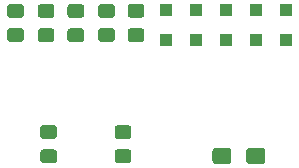
<source format=gbr>
G04 #@! TF.GenerationSoftware,KiCad,Pcbnew,5.1.2-f72e74a~84~ubuntu18.04.1*
G04 #@! TF.CreationDate,2019-06-19T19:18:17+07:00*
G04 #@! TF.ProjectId,serial_matrix_keyboard_shild,73657269-616c-45f6-9d61-747269785f6b,rev?*
G04 #@! TF.SameCoordinates,Original*
G04 #@! TF.FileFunction,Paste,Bot*
G04 #@! TF.FilePolarity,Positive*
%FSLAX46Y46*%
G04 Gerber Fmt 4.6, Leading zero omitted, Abs format (unit mm)*
G04 Created by KiCad (PCBNEW 5.1.2-f72e74a~84~ubuntu18.04.1) date 2019-06-19 19:18:17*
%MOMM*%
%LPD*%
G04 APERTURE LIST*
%ADD10C,0.020000*%
%ADD11C,1.150000*%
%ADD12C,1.350000*%
%ADD13R,1.000000X1.000000*%
G04 APERTURE END LIST*
D10*
G36*
X202274505Y-99201204D02*
G01*
X202298773Y-99204804D01*
X202322572Y-99210765D01*
X202345671Y-99219030D01*
X202367850Y-99229520D01*
X202388893Y-99242132D01*
X202408599Y-99256747D01*
X202426777Y-99273223D01*
X202443253Y-99291401D01*
X202457868Y-99311107D01*
X202470480Y-99332150D01*
X202480970Y-99354329D01*
X202489235Y-99377428D01*
X202495196Y-99401227D01*
X202498796Y-99425495D01*
X202500000Y-99449999D01*
X202500000Y-100100001D01*
X202498796Y-100124505D01*
X202495196Y-100148773D01*
X202489235Y-100172572D01*
X202480970Y-100195671D01*
X202470480Y-100217850D01*
X202457868Y-100238893D01*
X202443253Y-100258599D01*
X202426777Y-100276777D01*
X202408599Y-100293253D01*
X202388893Y-100307868D01*
X202367850Y-100320480D01*
X202345671Y-100330970D01*
X202322572Y-100339235D01*
X202298773Y-100345196D01*
X202274505Y-100348796D01*
X202250001Y-100350000D01*
X201349999Y-100350000D01*
X201325495Y-100348796D01*
X201301227Y-100345196D01*
X201277428Y-100339235D01*
X201254329Y-100330970D01*
X201232150Y-100320480D01*
X201211107Y-100307868D01*
X201191401Y-100293253D01*
X201173223Y-100276777D01*
X201156747Y-100258599D01*
X201142132Y-100238893D01*
X201129520Y-100217850D01*
X201119030Y-100195671D01*
X201110765Y-100172572D01*
X201104804Y-100148773D01*
X201101204Y-100124505D01*
X201100000Y-100100001D01*
X201100000Y-99449999D01*
X201101204Y-99425495D01*
X201104804Y-99401227D01*
X201110765Y-99377428D01*
X201119030Y-99354329D01*
X201129520Y-99332150D01*
X201142132Y-99311107D01*
X201156747Y-99291401D01*
X201173223Y-99273223D01*
X201191401Y-99256747D01*
X201211107Y-99242132D01*
X201232150Y-99229520D01*
X201254329Y-99219030D01*
X201277428Y-99210765D01*
X201301227Y-99204804D01*
X201325495Y-99201204D01*
X201349999Y-99200000D01*
X202250001Y-99200000D01*
X202274505Y-99201204D01*
X202274505Y-99201204D01*
G37*
D11*
X201800000Y-99775000D03*
D10*
G36*
X202274505Y-101251204D02*
G01*
X202298773Y-101254804D01*
X202322572Y-101260765D01*
X202345671Y-101269030D01*
X202367850Y-101279520D01*
X202388893Y-101292132D01*
X202408599Y-101306747D01*
X202426777Y-101323223D01*
X202443253Y-101341401D01*
X202457868Y-101361107D01*
X202470480Y-101382150D01*
X202480970Y-101404329D01*
X202489235Y-101427428D01*
X202495196Y-101451227D01*
X202498796Y-101475495D01*
X202500000Y-101499999D01*
X202500000Y-102150001D01*
X202498796Y-102174505D01*
X202495196Y-102198773D01*
X202489235Y-102222572D01*
X202480970Y-102245671D01*
X202470480Y-102267850D01*
X202457868Y-102288893D01*
X202443253Y-102308599D01*
X202426777Y-102326777D01*
X202408599Y-102343253D01*
X202388893Y-102357868D01*
X202367850Y-102370480D01*
X202345671Y-102380970D01*
X202322572Y-102389235D01*
X202298773Y-102395196D01*
X202274505Y-102398796D01*
X202250001Y-102400000D01*
X201349999Y-102400000D01*
X201325495Y-102398796D01*
X201301227Y-102395196D01*
X201277428Y-102389235D01*
X201254329Y-102380970D01*
X201232150Y-102370480D01*
X201211107Y-102357868D01*
X201191401Y-102343253D01*
X201173223Y-102326777D01*
X201156747Y-102308599D01*
X201142132Y-102288893D01*
X201129520Y-102267850D01*
X201119030Y-102245671D01*
X201110765Y-102222572D01*
X201104804Y-102198773D01*
X201101204Y-102174505D01*
X201100000Y-102150001D01*
X201100000Y-101499999D01*
X201101204Y-101475495D01*
X201104804Y-101451227D01*
X201110765Y-101427428D01*
X201119030Y-101404329D01*
X201129520Y-101382150D01*
X201142132Y-101361107D01*
X201156747Y-101341401D01*
X201173223Y-101323223D01*
X201191401Y-101306747D01*
X201211107Y-101292132D01*
X201232150Y-101279520D01*
X201254329Y-101269030D01*
X201277428Y-101260765D01*
X201301227Y-101254804D01*
X201325495Y-101251204D01*
X201349999Y-101250000D01*
X202250001Y-101250000D01*
X202274505Y-101251204D01*
X202274505Y-101251204D01*
G37*
D11*
X201800000Y-101825000D03*
D10*
G36*
X217024505Y-101126204D02*
G01*
X217048773Y-101129804D01*
X217072572Y-101135765D01*
X217095671Y-101144030D01*
X217117850Y-101154520D01*
X217138893Y-101167132D01*
X217158599Y-101181747D01*
X217176777Y-101198223D01*
X217193253Y-101216401D01*
X217207868Y-101236107D01*
X217220480Y-101257150D01*
X217230970Y-101279329D01*
X217239235Y-101302428D01*
X217245196Y-101326227D01*
X217248796Y-101350495D01*
X217250000Y-101374999D01*
X217250000Y-102225001D01*
X217248796Y-102249505D01*
X217245196Y-102273773D01*
X217239235Y-102297572D01*
X217230970Y-102320671D01*
X217220480Y-102342850D01*
X217207868Y-102363893D01*
X217193253Y-102383599D01*
X217176777Y-102401777D01*
X217158599Y-102418253D01*
X217138893Y-102432868D01*
X217117850Y-102445480D01*
X217095671Y-102455970D01*
X217072572Y-102464235D01*
X217048773Y-102470196D01*
X217024505Y-102473796D01*
X217000001Y-102475000D01*
X215924999Y-102475000D01*
X215900495Y-102473796D01*
X215876227Y-102470196D01*
X215852428Y-102464235D01*
X215829329Y-102455970D01*
X215807150Y-102445480D01*
X215786107Y-102432868D01*
X215766401Y-102418253D01*
X215748223Y-102401777D01*
X215731747Y-102383599D01*
X215717132Y-102363893D01*
X215704520Y-102342850D01*
X215694030Y-102320671D01*
X215685765Y-102297572D01*
X215679804Y-102273773D01*
X215676204Y-102249505D01*
X215675000Y-102225001D01*
X215675000Y-101374999D01*
X215676204Y-101350495D01*
X215679804Y-101326227D01*
X215685765Y-101302428D01*
X215694030Y-101279329D01*
X215704520Y-101257150D01*
X215717132Y-101236107D01*
X215731747Y-101216401D01*
X215748223Y-101198223D01*
X215766401Y-101181747D01*
X215786107Y-101167132D01*
X215807150Y-101154520D01*
X215829329Y-101144030D01*
X215852428Y-101135765D01*
X215876227Y-101129804D01*
X215900495Y-101126204D01*
X215924999Y-101125000D01*
X217000001Y-101125000D01*
X217024505Y-101126204D01*
X217024505Y-101126204D01*
G37*
D12*
X216462500Y-101800000D03*
D10*
G36*
X219899505Y-101126204D02*
G01*
X219923773Y-101129804D01*
X219947572Y-101135765D01*
X219970671Y-101144030D01*
X219992850Y-101154520D01*
X220013893Y-101167132D01*
X220033599Y-101181747D01*
X220051777Y-101198223D01*
X220068253Y-101216401D01*
X220082868Y-101236107D01*
X220095480Y-101257150D01*
X220105970Y-101279329D01*
X220114235Y-101302428D01*
X220120196Y-101326227D01*
X220123796Y-101350495D01*
X220125000Y-101374999D01*
X220125000Y-102225001D01*
X220123796Y-102249505D01*
X220120196Y-102273773D01*
X220114235Y-102297572D01*
X220105970Y-102320671D01*
X220095480Y-102342850D01*
X220082868Y-102363893D01*
X220068253Y-102383599D01*
X220051777Y-102401777D01*
X220033599Y-102418253D01*
X220013893Y-102432868D01*
X219992850Y-102445480D01*
X219970671Y-102455970D01*
X219947572Y-102464235D01*
X219923773Y-102470196D01*
X219899505Y-102473796D01*
X219875001Y-102475000D01*
X218799999Y-102475000D01*
X218775495Y-102473796D01*
X218751227Y-102470196D01*
X218727428Y-102464235D01*
X218704329Y-102455970D01*
X218682150Y-102445480D01*
X218661107Y-102432868D01*
X218641401Y-102418253D01*
X218623223Y-102401777D01*
X218606747Y-102383599D01*
X218592132Y-102363893D01*
X218579520Y-102342850D01*
X218569030Y-102320671D01*
X218560765Y-102297572D01*
X218554804Y-102273773D01*
X218551204Y-102249505D01*
X218550000Y-102225001D01*
X218550000Y-101374999D01*
X218551204Y-101350495D01*
X218554804Y-101326227D01*
X218560765Y-101302428D01*
X218569030Y-101279329D01*
X218579520Y-101257150D01*
X218592132Y-101236107D01*
X218606747Y-101216401D01*
X218623223Y-101198223D01*
X218641401Y-101181747D01*
X218661107Y-101167132D01*
X218682150Y-101154520D01*
X218704329Y-101144030D01*
X218727428Y-101135765D01*
X218751227Y-101129804D01*
X218775495Y-101126204D01*
X218799999Y-101125000D01*
X219875001Y-101125000D01*
X219899505Y-101126204D01*
X219899505Y-101126204D01*
G37*
D12*
X219337500Y-101800000D03*
D13*
X211700000Y-91950000D03*
X211700000Y-89450000D03*
X214300000Y-89450000D03*
X214300000Y-91950000D03*
X216800000Y-91950000D03*
X216800000Y-89450000D03*
X219400000Y-89450000D03*
X219400000Y-91950000D03*
X221900000Y-91950000D03*
X221900000Y-89450000D03*
D10*
G36*
X208574505Y-101251204D02*
G01*
X208598773Y-101254804D01*
X208622572Y-101260765D01*
X208645671Y-101269030D01*
X208667850Y-101279520D01*
X208688893Y-101292132D01*
X208708599Y-101306747D01*
X208726777Y-101323223D01*
X208743253Y-101341401D01*
X208757868Y-101361107D01*
X208770480Y-101382150D01*
X208780970Y-101404329D01*
X208789235Y-101427428D01*
X208795196Y-101451227D01*
X208798796Y-101475495D01*
X208800000Y-101499999D01*
X208800000Y-102150001D01*
X208798796Y-102174505D01*
X208795196Y-102198773D01*
X208789235Y-102222572D01*
X208780970Y-102245671D01*
X208770480Y-102267850D01*
X208757868Y-102288893D01*
X208743253Y-102308599D01*
X208726777Y-102326777D01*
X208708599Y-102343253D01*
X208688893Y-102357868D01*
X208667850Y-102370480D01*
X208645671Y-102380970D01*
X208622572Y-102389235D01*
X208598773Y-102395196D01*
X208574505Y-102398796D01*
X208550001Y-102400000D01*
X207649999Y-102400000D01*
X207625495Y-102398796D01*
X207601227Y-102395196D01*
X207577428Y-102389235D01*
X207554329Y-102380970D01*
X207532150Y-102370480D01*
X207511107Y-102357868D01*
X207491401Y-102343253D01*
X207473223Y-102326777D01*
X207456747Y-102308599D01*
X207442132Y-102288893D01*
X207429520Y-102267850D01*
X207419030Y-102245671D01*
X207410765Y-102222572D01*
X207404804Y-102198773D01*
X207401204Y-102174505D01*
X207400000Y-102150001D01*
X207400000Y-101499999D01*
X207401204Y-101475495D01*
X207404804Y-101451227D01*
X207410765Y-101427428D01*
X207419030Y-101404329D01*
X207429520Y-101382150D01*
X207442132Y-101361107D01*
X207456747Y-101341401D01*
X207473223Y-101323223D01*
X207491401Y-101306747D01*
X207511107Y-101292132D01*
X207532150Y-101279520D01*
X207554329Y-101269030D01*
X207577428Y-101260765D01*
X207601227Y-101254804D01*
X207625495Y-101251204D01*
X207649999Y-101250000D01*
X208550001Y-101250000D01*
X208574505Y-101251204D01*
X208574505Y-101251204D01*
G37*
D11*
X208100000Y-101825000D03*
D10*
G36*
X208574505Y-99201204D02*
G01*
X208598773Y-99204804D01*
X208622572Y-99210765D01*
X208645671Y-99219030D01*
X208667850Y-99229520D01*
X208688893Y-99242132D01*
X208708599Y-99256747D01*
X208726777Y-99273223D01*
X208743253Y-99291401D01*
X208757868Y-99311107D01*
X208770480Y-99332150D01*
X208780970Y-99354329D01*
X208789235Y-99377428D01*
X208795196Y-99401227D01*
X208798796Y-99425495D01*
X208800000Y-99449999D01*
X208800000Y-100100001D01*
X208798796Y-100124505D01*
X208795196Y-100148773D01*
X208789235Y-100172572D01*
X208780970Y-100195671D01*
X208770480Y-100217850D01*
X208757868Y-100238893D01*
X208743253Y-100258599D01*
X208726777Y-100276777D01*
X208708599Y-100293253D01*
X208688893Y-100307868D01*
X208667850Y-100320480D01*
X208645671Y-100330970D01*
X208622572Y-100339235D01*
X208598773Y-100345196D01*
X208574505Y-100348796D01*
X208550001Y-100350000D01*
X207649999Y-100350000D01*
X207625495Y-100348796D01*
X207601227Y-100345196D01*
X207577428Y-100339235D01*
X207554329Y-100330970D01*
X207532150Y-100320480D01*
X207511107Y-100307868D01*
X207491401Y-100293253D01*
X207473223Y-100276777D01*
X207456747Y-100258599D01*
X207442132Y-100238893D01*
X207429520Y-100217850D01*
X207419030Y-100195671D01*
X207410765Y-100172572D01*
X207404804Y-100148773D01*
X207401204Y-100124505D01*
X207400000Y-100100001D01*
X207400000Y-99449999D01*
X207401204Y-99425495D01*
X207404804Y-99401227D01*
X207410765Y-99377428D01*
X207419030Y-99354329D01*
X207429520Y-99332150D01*
X207442132Y-99311107D01*
X207456747Y-99291401D01*
X207473223Y-99273223D01*
X207491401Y-99256747D01*
X207511107Y-99242132D01*
X207532150Y-99229520D01*
X207554329Y-99219030D01*
X207577428Y-99210765D01*
X207601227Y-99204804D01*
X207625495Y-99201204D01*
X207649999Y-99200000D01*
X208550001Y-99200000D01*
X208574505Y-99201204D01*
X208574505Y-99201204D01*
G37*
D11*
X208100000Y-99775000D03*
D10*
G36*
X199474505Y-91001204D02*
G01*
X199498773Y-91004804D01*
X199522572Y-91010765D01*
X199545671Y-91019030D01*
X199567850Y-91029520D01*
X199588893Y-91042132D01*
X199608599Y-91056747D01*
X199626777Y-91073223D01*
X199643253Y-91091401D01*
X199657868Y-91111107D01*
X199670480Y-91132150D01*
X199680970Y-91154329D01*
X199689235Y-91177428D01*
X199695196Y-91201227D01*
X199698796Y-91225495D01*
X199700000Y-91249999D01*
X199700000Y-91900001D01*
X199698796Y-91924505D01*
X199695196Y-91948773D01*
X199689235Y-91972572D01*
X199680970Y-91995671D01*
X199670480Y-92017850D01*
X199657868Y-92038893D01*
X199643253Y-92058599D01*
X199626777Y-92076777D01*
X199608599Y-92093253D01*
X199588893Y-92107868D01*
X199567850Y-92120480D01*
X199545671Y-92130970D01*
X199522572Y-92139235D01*
X199498773Y-92145196D01*
X199474505Y-92148796D01*
X199450001Y-92150000D01*
X198549999Y-92150000D01*
X198525495Y-92148796D01*
X198501227Y-92145196D01*
X198477428Y-92139235D01*
X198454329Y-92130970D01*
X198432150Y-92120480D01*
X198411107Y-92107868D01*
X198391401Y-92093253D01*
X198373223Y-92076777D01*
X198356747Y-92058599D01*
X198342132Y-92038893D01*
X198329520Y-92017850D01*
X198319030Y-91995671D01*
X198310765Y-91972572D01*
X198304804Y-91948773D01*
X198301204Y-91924505D01*
X198300000Y-91900001D01*
X198300000Y-91249999D01*
X198301204Y-91225495D01*
X198304804Y-91201227D01*
X198310765Y-91177428D01*
X198319030Y-91154329D01*
X198329520Y-91132150D01*
X198342132Y-91111107D01*
X198356747Y-91091401D01*
X198373223Y-91073223D01*
X198391401Y-91056747D01*
X198411107Y-91042132D01*
X198432150Y-91029520D01*
X198454329Y-91019030D01*
X198477428Y-91010765D01*
X198501227Y-91004804D01*
X198525495Y-91001204D01*
X198549999Y-91000000D01*
X199450001Y-91000000D01*
X199474505Y-91001204D01*
X199474505Y-91001204D01*
G37*
D11*
X199000000Y-91575000D03*
D10*
G36*
X199474505Y-88951204D02*
G01*
X199498773Y-88954804D01*
X199522572Y-88960765D01*
X199545671Y-88969030D01*
X199567850Y-88979520D01*
X199588893Y-88992132D01*
X199608599Y-89006747D01*
X199626777Y-89023223D01*
X199643253Y-89041401D01*
X199657868Y-89061107D01*
X199670480Y-89082150D01*
X199680970Y-89104329D01*
X199689235Y-89127428D01*
X199695196Y-89151227D01*
X199698796Y-89175495D01*
X199700000Y-89199999D01*
X199700000Y-89850001D01*
X199698796Y-89874505D01*
X199695196Y-89898773D01*
X199689235Y-89922572D01*
X199680970Y-89945671D01*
X199670480Y-89967850D01*
X199657868Y-89988893D01*
X199643253Y-90008599D01*
X199626777Y-90026777D01*
X199608599Y-90043253D01*
X199588893Y-90057868D01*
X199567850Y-90070480D01*
X199545671Y-90080970D01*
X199522572Y-90089235D01*
X199498773Y-90095196D01*
X199474505Y-90098796D01*
X199450001Y-90100000D01*
X198549999Y-90100000D01*
X198525495Y-90098796D01*
X198501227Y-90095196D01*
X198477428Y-90089235D01*
X198454329Y-90080970D01*
X198432150Y-90070480D01*
X198411107Y-90057868D01*
X198391401Y-90043253D01*
X198373223Y-90026777D01*
X198356747Y-90008599D01*
X198342132Y-89988893D01*
X198329520Y-89967850D01*
X198319030Y-89945671D01*
X198310765Y-89922572D01*
X198304804Y-89898773D01*
X198301204Y-89874505D01*
X198300000Y-89850001D01*
X198300000Y-89199999D01*
X198301204Y-89175495D01*
X198304804Y-89151227D01*
X198310765Y-89127428D01*
X198319030Y-89104329D01*
X198329520Y-89082150D01*
X198342132Y-89061107D01*
X198356747Y-89041401D01*
X198373223Y-89023223D01*
X198391401Y-89006747D01*
X198411107Y-88992132D01*
X198432150Y-88979520D01*
X198454329Y-88969030D01*
X198477428Y-88960765D01*
X198501227Y-88954804D01*
X198525495Y-88951204D01*
X198549999Y-88950000D01*
X199450001Y-88950000D01*
X199474505Y-88951204D01*
X199474505Y-88951204D01*
G37*
D11*
X199000000Y-89525000D03*
D10*
G36*
X202074505Y-88951204D02*
G01*
X202098773Y-88954804D01*
X202122572Y-88960765D01*
X202145671Y-88969030D01*
X202167850Y-88979520D01*
X202188893Y-88992132D01*
X202208599Y-89006747D01*
X202226777Y-89023223D01*
X202243253Y-89041401D01*
X202257868Y-89061107D01*
X202270480Y-89082150D01*
X202280970Y-89104329D01*
X202289235Y-89127428D01*
X202295196Y-89151227D01*
X202298796Y-89175495D01*
X202300000Y-89199999D01*
X202300000Y-89850001D01*
X202298796Y-89874505D01*
X202295196Y-89898773D01*
X202289235Y-89922572D01*
X202280970Y-89945671D01*
X202270480Y-89967850D01*
X202257868Y-89988893D01*
X202243253Y-90008599D01*
X202226777Y-90026777D01*
X202208599Y-90043253D01*
X202188893Y-90057868D01*
X202167850Y-90070480D01*
X202145671Y-90080970D01*
X202122572Y-90089235D01*
X202098773Y-90095196D01*
X202074505Y-90098796D01*
X202050001Y-90100000D01*
X201149999Y-90100000D01*
X201125495Y-90098796D01*
X201101227Y-90095196D01*
X201077428Y-90089235D01*
X201054329Y-90080970D01*
X201032150Y-90070480D01*
X201011107Y-90057868D01*
X200991401Y-90043253D01*
X200973223Y-90026777D01*
X200956747Y-90008599D01*
X200942132Y-89988893D01*
X200929520Y-89967850D01*
X200919030Y-89945671D01*
X200910765Y-89922572D01*
X200904804Y-89898773D01*
X200901204Y-89874505D01*
X200900000Y-89850001D01*
X200900000Y-89199999D01*
X200901204Y-89175495D01*
X200904804Y-89151227D01*
X200910765Y-89127428D01*
X200919030Y-89104329D01*
X200929520Y-89082150D01*
X200942132Y-89061107D01*
X200956747Y-89041401D01*
X200973223Y-89023223D01*
X200991401Y-89006747D01*
X201011107Y-88992132D01*
X201032150Y-88979520D01*
X201054329Y-88969030D01*
X201077428Y-88960765D01*
X201101227Y-88954804D01*
X201125495Y-88951204D01*
X201149999Y-88950000D01*
X202050001Y-88950000D01*
X202074505Y-88951204D01*
X202074505Y-88951204D01*
G37*
D11*
X201600000Y-89525000D03*
D10*
G36*
X202074505Y-91001204D02*
G01*
X202098773Y-91004804D01*
X202122572Y-91010765D01*
X202145671Y-91019030D01*
X202167850Y-91029520D01*
X202188893Y-91042132D01*
X202208599Y-91056747D01*
X202226777Y-91073223D01*
X202243253Y-91091401D01*
X202257868Y-91111107D01*
X202270480Y-91132150D01*
X202280970Y-91154329D01*
X202289235Y-91177428D01*
X202295196Y-91201227D01*
X202298796Y-91225495D01*
X202300000Y-91249999D01*
X202300000Y-91900001D01*
X202298796Y-91924505D01*
X202295196Y-91948773D01*
X202289235Y-91972572D01*
X202280970Y-91995671D01*
X202270480Y-92017850D01*
X202257868Y-92038893D01*
X202243253Y-92058599D01*
X202226777Y-92076777D01*
X202208599Y-92093253D01*
X202188893Y-92107868D01*
X202167850Y-92120480D01*
X202145671Y-92130970D01*
X202122572Y-92139235D01*
X202098773Y-92145196D01*
X202074505Y-92148796D01*
X202050001Y-92150000D01*
X201149999Y-92150000D01*
X201125495Y-92148796D01*
X201101227Y-92145196D01*
X201077428Y-92139235D01*
X201054329Y-92130970D01*
X201032150Y-92120480D01*
X201011107Y-92107868D01*
X200991401Y-92093253D01*
X200973223Y-92076777D01*
X200956747Y-92058599D01*
X200942132Y-92038893D01*
X200929520Y-92017850D01*
X200919030Y-91995671D01*
X200910765Y-91972572D01*
X200904804Y-91948773D01*
X200901204Y-91924505D01*
X200900000Y-91900001D01*
X200900000Y-91249999D01*
X200901204Y-91225495D01*
X200904804Y-91201227D01*
X200910765Y-91177428D01*
X200919030Y-91154329D01*
X200929520Y-91132150D01*
X200942132Y-91111107D01*
X200956747Y-91091401D01*
X200973223Y-91073223D01*
X200991401Y-91056747D01*
X201011107Y-91042132D01*
X201032150Y-91029520D01*
X201054329Y-91019030D01*
X201077428Y-91010765D01*
X201101227Y-91004804D01*
X201125495Y-91001204D01*
X201149999Y-91000000D01*
X202050001Y-91000000D01*
X202074505Y-91001204D01*
X202074505Y-91001204D01*
G37*
D11*
X201600000Y-91575000D03*
D10*
G36*
X204574505Y-91001204D02*
G01*
X204598773Y-91004804D01*
X204622572Y-91010765D01*
X204645671Y-91019030D01*
X204667850Y-91029520D01*
X204688893Y-91042132D01*
X204708599Y-91056747D01*
X204726777Y-91073223D01*
X204743253Y-91091401D01*
X204757868Y-91111107D01*
X204770480Y-91132150D01*
X204780970Y-91154329D01*
X204789235Y-91177428D01*
X204795196Y-91201227D01*
X204798796Y-91225495D01*
X204800000Y-91249999D01*
X204800000Y-91900001D01*
X204798796Y-91924505D01*
X204795196Y-91948773D01*
X204789235Y-91972572D01*
X204780970Y-91995671D01*
X204770480Y-92017850D01*
X204757868Y-92038893D01*
X204743253Y-92058599D01*
X204726777Y-92076777D01*
X204708599Y-92093253D01*
X204688893Y-92107868D01*
X204667850Y-92120480D01*
X204645671Y-92130970D01*
X204622572Y-92139235D01*
X204598773Y-92145196D01*
X204574505Y-92148796D01*
X204550001Y-92150000D01*
X203649999Y-92150000D01*
X203625495Y-92148796D01*
X203601227Y-92145196D01*
X203577428Y-92139235D01*
X203554329Y-92130970D01*
X203532150Y-92120480D01*
X203511107Y-92107868D01*
X203491401Y-92093253D01*
X203473223Y-92076777D01*
X203456747Y-92058599D01*
X203442132Y-92038893D01*
X203429520Y-92017850D01*
X203419030Y-91995671D01*
X203410765Y-91972572D01*
X203404804Y-91948773D01*
X203401204Y-91924505D01*
X203400000Y-91900001D01*
X203400000Y-91249999D01*
X203401204Y-91225495D01*
X203404804Y-91201227D01*
X203410765Y-91177428D01*
X203419030Y-91154329D01*
X203429520Y-91132150D01*
X203442132Y-91111107D01*
X203456747Y-91091401D01*
X203473223Y-91073223D01*
X203491401Y-91056747D01*
X203511107Y-91042132D01*
X203532150Y-91029520D01*
X203554329Y-91019030D01*
X203577428Y-91010765D01*
X203601227Y-91004804D01*
X203625495Y-91001204D01*
X203649999Y-91000000D01*
X204550001Y-91000000D01*
X204574505Y-91001204D01*
X204574505Y-91001204D01*
G37*
D11*
X204100000Y-91575000D03*
D10*
G36*
X204574505Y-88951204D02*
G01*
X204598773Y-88954804D01*
X204622572Y-88960765D01*
X204645671Y-88969030D01*
X204667850Y-88979520D01*
X204688893Y-88992132D01*
X204708599Y-89006747D01*
X204726777Y-89023223D01*
X204743253Y-89041401D01*
X204757868Y-89061107D01*
X204770480Y-89082150D01*
X204780970Y-89104329D01*
X204789235Y-89127428D01*
X204795196Y-89151227D01*
X204798796Y-89175495D01*
X204800000Y-89199999D01*
X204800000Y-89850001D01*
X204798796Y-89874505D01*
X204795196Y-89898773D01*
X204789235Y-89922572D01*
X204780970Y-89945671D01*
X204770480Y-89967850D01*
X204757868Y-89988893D01*
X204743253Y-90008599D01*
X204726777Y-90026777D01*
X204708599Y-90043253D01*
X204688893Y-90057868D01*
X204667850Y-90070480D01*
X204645671Y-90080970D01*
X204622572Y-90089235D01*
X204598773Y-90095196D01*
X204574505Y-90098796D01*
X204550001Y-90100000D01*
X203649999Y-90100000D01*
X203625495Y-90098796D01*
X203601227Y-90095196D01*
X203577428Y-90089235D01*
X203554329Y-90080970D01*
X203532150Y-90070480D01*
X203511107Y-90057868D01*
X203491401Y-90043253D01*
X203473223Y-90026777D01*
X203456747Y-90008599D01*
X203442132Y-89988893D01*
X203429520Y-89967850D01*
X203419030Y-89945671D01*
X203410765Y-89922572D01*
X203404804Y-89898773D01*
X203401204Y-89874505D01*
X203400000Y-89850001D01*
X203400000Y-89199999D01*
X203401204Y-89175495D01*
X203404804Y-89151227D01*
X203410765Y-89127428D01*
X203419030Y-89104329D01*
X203429520Y-89082150D01*
X203442132Y-89061107D01*
X203456747Y-89041401D01*
X203473223Y-89023223D01*
X203491401Y-89006747D01*
X203511107Y-88992132D01*
X203532150Y-88979520D01*
X203554329Y-88969030D01*
X203577428Y-88960765D01*
X203601227Y-88954804D01*
X203625495Y-88951204D01*
X203649999Y-88950000D01*
X204550001Y-88950000D01*
X204574505Y-88951204D01*
X204574505Y-88951204D01*
G37*
D11*
X204100000Y-89525000D03*
D10*
G36*
X207174505Y-88951204D02*
G01*
X207198773Y-88954804D01*
X207222572Y-88960765D01*
X207245671Y-88969030D01*
X207267850Y-88979520D01*
X207288893Y-88992132D01*
X207308599Y-89006747D01*
X207326777Y-89023223D01*
X207343253Y-89041401D01*
X207357868Y-89061107D01*
X207370480Y-89082150D01*
X207380970Y-89104329D01*
X207389235Y-89127428D01*
X207395196Y-89151227D01*
X207398796Y-89175495D01*
X207400000Y-89199999D01*
X207400000Y-89850001D01*
X207398796Y-89874505D01*
X207395196Y-89898773D01*
X207389235Y-89922572D01*
X207380970Y-89945671D01*
X207370480Y-89967850D01*
X207357868Y-89988893D01*
X207343253Y-90008599D01*
X207326777Y-90026777D01*
X207308599Y-90043253D01*
X207288893Y-90057868D01*
X207267850Y-90070480D01*
X207245671Y-90080970D01*
X207222572Y-90089235D01*
X207198773Y-90095196D01*
X207174505Y-90098796D01*
X207150001Y-90100000D01*
X206249999Y-90100000D01*
X206225495Y-90098796D01*
X206201227Y-90095196D01*
X206177428Y-90089235D01*
X206154329Y-90080970D01*
X206132150Y-90070480D01*
X206111107Y-90057868D01*
X206091401Y-90043253D01*
X206073223Y-90026777D01*
X206056747Y-90008599D01*
X206042132Y-89988893D01*
X206029520Y-89967850D01*
X206019030Y-89945671D01*
X206010765Y-89922572D01*
X206004804Y-89898773D01*
X206001204Y-89874505D01*
X206000000Y-89850001D01*
X206000000Y-89199999D01*
X206001204Y-89175495D01*
X206004804Y-89151227D01*
X206010765Y-89127428D01*
X206019030Y-89104329D01*
X206029520Y-89082150D01*
X206042132Y-89061107D01*
X206056747Y-89041401D01*
X206073223Y-89023223D01*
X206091401Y-89006747D01*
X206111107Y-88992132D01*
X206132150Y-88979520D01*
X206154329Y-88969030D01*
X206177428Y-88960765D01*
X206201227Y-88954804D01*
X206225495Y-88951204D01*
X206249999Y-88950000D01*
X207150001Y-88950000D01*
X207174505Y-88951204D01*
X207174505Y-88951204D01*
G37*
D11*
X206700000Y-89525000D03*
D10*
G36*
X207174505Y-91001204D02*
G01*
X207198773Y-91004804D01*
X207222572Y-91010765D01*
X207245671Y-91019030D01*
X207267850Y-91029520D01*
X207288893Y-91042132D01*
X207308599Y-91056747D01*
X207326777Y-91073223D01*
X207343253Y-91091401D01*
X207357868Y-91111107D01*
X207370480Y-91132150D01*
X207380970Y-91154329D01*
X207389235Y-91177428D01*
X207395196Y-91201227D01*
X207398796Y-91225495D01*
X207400000Y-91249999D01*
X207400000Y-91900001D01*
X207398796Y-91924505D01*
X207395196Y-91948773D01*
X207389235Y-91972572D01*
X207380970Y-91995671D01*
X207370480Y-92017850D01*
X207357868Y-92038893D01*
X207343253Y-92058599D01*
X207326777Y-92076777D01*
X207308599Y-92093253D01*
X207288893Y-92107868D01*
X207267850Y-92120480D01*
X207245671Y-92130970D01*
X207222572Y-92139235D01*
X207198773Y-92145196D01*
X207174505Y-92148796D01*
X207150001Y-92150000D01*
X206249999Y-92150000D01*
X206225495Y-92148796D01*
X206201227Y-92145196D01*
X206177428Y-92139235D01*
X206154329Y-92130970D01*
X206132150Y-92120480D01*
X206111107Y-92107868D01*
X206091401Y-92093253D01*
X206073223Y-92076777D01*
X206056747Y-92058599D01*
X206042132Y-92038893D01*
X206029520Y-92017850D01*
X206019030Y-91995671D01*
X206010765Y-91972572D01*
X206004804Y-91948773D01*
X206001204Y-91924505D01*
X206000000Y-91900001D01*
X206000000Y-91249999D01*
X206001204Y-91225495D01*
X206004804Y-91201227D01*
X206010765Y-91177428D01*
X206019030Y-91154329D01*
X206029520Y-91132150D01*
X206042132Y-91111107D01*
X206056747Y-91091401D01*
X206073223Y-91073223D01*
X206091401Y-91056747D01*
X206111107Y-91042132D01*
X206132150Y-91029520D01*
X206154329Y-91019030D01*
X206177428Y-91010765D01*
X206201227Y-91004804D01*
X206225495Y-91001204D01*
X206249999Y-91000000D01*
X207150001Y-91000000D01*
X207174505Y-91001204D01*
X207174505Y-91001204D01*
G37*
D11*
X206700000Y-91575000D03*
D10*
G36*
X209674505Y-91001204D02*
G01*
X209698773Y-91004804D01*
X209722572Y-91010765D01*
X209745671Y-91019030D01*
X209767850Y-91029520D01*
X209788893Y-91042132D01*
X209808599Y-91056747D01*
X209826777Y-91073223D01*
X209843253Y-91091401D01*
X209857868Y-91111107D01*
X209870480Y-91132150D01*
X209880970Y-91154329D01*
X209889235Y-91177428D01*
X209895196Y-91201227D01*
X209898796Y-91225495D01*
X209900000Y-91249999D01*
X209900000Y-91900001D01*
X209898796Y-91924505D01*
X209895196Y-91948773D01*
X209889235Y-91972572D01*
X209880970Y-91995671D01*
X209870480Y-92017850D01*
X209857868Y-92038893D01*
X209843253Y-92058599D01*
X209826777Y-92076777D01*
X209808599Y-92093253D01*
X209788893Y-92107868D01*
X209767850Y-92120480D01*
X209745671Y-92130970D01*
X209722572Y-92139235D01*
X209698773Y-92145196D01*
X209674505Y-92148796D01*
X209650001Y-92150000D01*
X208749999Y-92150000D01*
X208725495Y-92148796D01*
X208701227Y-92145196D01*
X208677428Y-92139235D01*
X208654329Y-92130970D01*
X208632150Y-92120480D01*
X208611107Y-92107868D01*
X208591401Y-92093253D01*
X208573223Y-92076777D01*
X208556747Y-92058599D01*
X208542132Y-92038893D01*
X208529520Y-92017850D01*
X208519030Y-91995671D01*
X208510765Y-91972572D01*
X208504804Y-91948773D01*
X208501204Y-91924505D01*
X208500000Y-91900001D01*
X208500000Y-91249999D01*
X208501204Y-91225495D01*
X208504804Y-91201227D01*
X208510765Y-91177428D01*
X208519030Y-91154329D01*
X208529520Y-91132150D01*
X208542132Y-91111107D01*
X208556747Y-91091401D01*
X208573223Y-91073223D01*
X208591401Y-91056747D01*
X208611107Y-91042132D01*
X208632150Y-91029520D01*
X208654329Y-91019030D01*
X208677428Y-91010765D01*
X208701227Y-91004804D01*
X208725495Y-91001204D01*
X208749999Y-91000000D01*
X209650001Y-91000000D01*
X209674505Y-91001204D01*
X209674505Y-91001204D01*
G37*
D11*
X209200000Y-91575000D03*
D10*
G36*
X209674505Y-88951204D02*
G01*
X209698773Y-88954804D01*
X209722572Y-88960765D01*
X209745671Y-88969030D01*
X209767850Y-88979520D01*
X209788893Y-88992132D01*
X209808599Y-89006747D01*
X209826777Y-89023223D01*
X209843253Y-89041401D01*
X209857868Y-89061107D01*
X209870480Y-89082150D01*
X209880970Y-89104329D01*
X209889235Y-89127428D01*
X209895196Y-89151227D01*
X209898796Y-89175495D01*
X209900000Y-89199999D01*
X209900000Y-89850001D01*
X209898796Y-89874505D01*
X209895196Y-89898773D01*
X209889235Y-89922572D01*
X209880970Y-89945671D01*
X209870480Y-89967850D01*
X209857868Y-89988893D01*
X209843253Y-90008599D01*
X209826777Y-90026777D01*
X209808599Y-90043253D01*
X209788893Y-90057868D01*
X209767850Y-90070480D01*
X209745671Y-90080970D01*
X209722572Y-90089235D01*
X209698773Y-90095196D01*
X209674505Y-90098796D01*
X209650001Y-90100000D01*
X208749999Y-90100000D01*
X208725495Y-90098796D01*
X208701227Y-90095196D01*
X208677428Y-90089235D01*
X208654329Y-90080970D01*
X208632150Y-90070480D01*
X208611107Y-90057868D01*
X208591401Y-90043253D01*
X208573223Y-90026777D01*
X208556747Y-90008599D01*
X208542132Y-89988893D01*
X208529520Y-89967850D01*
X208519030Y-89945671D01*
X208510765Y-89922572D01*
X208504804Y-89898773D01*
X208501204Y-89874505D01*
X208500000Y-89850001D01*
X208500000Y-89199999D01*
X208501204Y-89175495D01*
X208504804Y-89151227D01*
X208510765Y-89127428D01*
X208519030Y-89104329D01*
X208529520Y-89082150D01*
X208542132Y-89061107D01*
X208556747Y-89041401D01*
X208573223Y-89023223D01*
X208591401Y-89006747D01*
X208611107Y-88992132D01*
X208632150Y-88979520D01*
X208654329Y-88969030D01*
X208677428Y-88960765D01*
X208701227Y-88954804D01*
X208725495Y-88951204D01*
X208749999Y-88950000D01*
X209650001Y-88950000D01*
X209674505Y-88951204D01*
X209674505Y-88951204D01*
G37*
D11*
X209200000Y-89525000D03*
M02*

</source>
